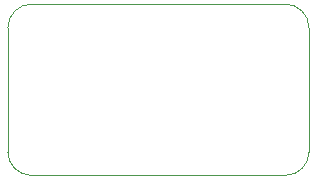
<source format=gbr>
%TF.GenerationSoftware,KiCad,Pcbnew,8.0.2*%
%TF.CreationDate,2025-07-12T13:28:43+07:00*%
%TF.ProjectId,Li-Ion Charger Controller,4c692d49-6f6e-4204-9368-617267657220,rev?*%
%TF.SameCoordinates,Original*%
%TF.FileFunction,Profile,NP*%
%FSLAX46Y46*%
G04 Gerber Fmt 4.6, Leading zero omitted, Abs format (unit mm)*
G04 Created by KiCad (PCBNEW 8.0.2) date 2025-07-12 13:28:43*
%MOMM*%
%LPD*%
G01*
G04 APERTURE LIST*
%TA.AperFunction,Profile*%
%ADD10C,0.050000*%
%TD*%
G04 APERTURE END LIST*
D10*
X143800000Y-87300000D02*
G75*
G02*
X145800000Y-85300000I2000000J0D01*
G01*
X167300000Y-85300000D02*
G75*
G02*
X169300000Y-87300000I0J-2000000D01*
G01*
X169300000Y-87300000D02*
X169300000Y-97800000D01*
X169300000Y-97800000D02*
G75*
G02*
X167300000Y-99800000I-2000000J0D01*
G01*
X167300000Y-99800000D02*
X145800000Y-99800000D01*
X145800000Y-85300000D02*
X167300000Y-85300000D01*
X143800000Y-97800000D02*
X143800000Y-87300000D01*
X145800000Y-99800000D02*
G75*
G02*
X143800000Y-97800000I0J2000000D01*
G01*
M02*

</source>
